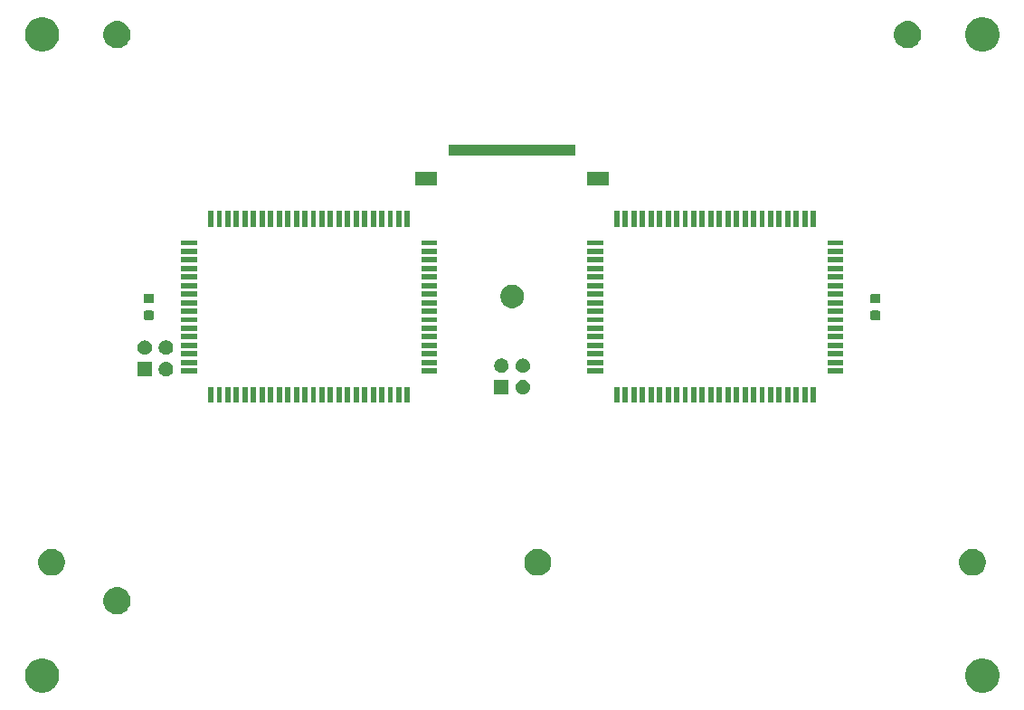
<source format=gbr>
G04 #@! TF.GenerationSoftware,KiCad,Pcbnew,5.1.5+dfsg1-2build2*
G04 #@! TF.CreationDate,2021-08-16T15:22:43+02:00*
G04 #@! TF.ProjectId,ModulAdapterMagnet,4d6f6475-6c41-4646-9170-7465724d6167,rev?*
G04 #@! TF.SameCoordinates,Original*
G04 #@! TF.FileFunction,Soldermask,Bot*
G04 #@! TF.FilePolarity,Negative*
%FSLAX46Y46*%
G04 Gerber Fmt 4.6, Leading zero omitted, Abs format (unit mm)*
G04 Created by KiCad (PCBNEW 5.1.5+dfsg1-2build2) date 2021-08-16 15:22:43*
%MOMM*%
%LPD*%
G04 APERTURE LIST*
%ADD10C,0.100000*%
G04 APERTURE END LIST*
D10*
G36*
X144466703Y-132461486D02*
G01*
X144757883Y-132582097D01*
X145019940Y-132757198D01*
X145242802Y-132980060D01*
X145417903Y-133242117D01*
X145538514Y-133533297D01*
X145600000Y-133842412D01*
X145600000Y-134157588D01*
X145538514Y-134466703D01*
X145417903Y-134757883D01*
X145242802Y-135019940D01*
X145019940Y-135242802D01*
X144757883Y-135417903D01*
X144466703Y-135538514D01*
X144157588Y-135600000D01*
X143842412Y-135600000D01*
X143533297Y-135538514D01*
X143242117Y-135417903D01*
X142980060Y-135242802D01*
X142757198Y-135019940D01*
X142582097Y-134757883D01*
X142461486Y-134466703D01*
X142400000Y-134157588D01*
X142400000Y-133842412D01*
X142461486Y-133533297D01*
X142582097Y-133242117D01*
X142757198Y-132980060D01*
X142980060Y-132757198D01*
X143242117Y-132582097D01*
X143533297Y-132461486D01*
X143842412Y-132400000D01*
X144157588Y-132400000D01*
X144466703Y-132461486D01*
G37*
G36*
X56466703Y-132461486D02*
G01*
X56757883Y-132582097D01*
X57019940Y-132757198D01*
X57242802Y-132980060D01*
X57417903Y-133242117D01*
X57538514Y-133533297D01*
X57600000Y-133842412D01*
X57600000Y-134157588D01*
X57538514Y-134466703D01*
X57417903Y-134757883D01*
X57242802Y-135019940D01*
X57019940Y-135242802D01*
X56757883Y-135417903D01*
X56466703Y-135538514D01*
X56157588Y-135600000D01*
X55842412Y-135600000D01*
X55533297Y-135538514D01*
X55242117Y-135417903D01*
X54980060Y-135242802D01*
X54757198Y-135019940D01*
X54582097Y-134757883D01*
X54461486Y-134466703D01*
X54400000Y-134157588D01*
X54400000Y-133842412D01*
X54461486Y-133533297D01*
X54582097Y-133242117D01*
X54757198Y-132980060D01*
X54980060Y-132757198D01*
X55242117Y-132582097D01*
X55533297Y-132461486D01*
X55842412Y-132400000D01*
X56157588Y-132400000D01*
X56466703Y-132461486D01*
G37*
G36*
X63247764Y-125754402D02*
G01*
X63370445Y-125778805D01*
X63601571Y-125874541D01*
X63809578Y-126013527D01*
X63986473Y-126190422D01*
X64125459Y-126398429D01*
X64221195Y-126629555D01*
X64270000Y-126874916D01*
X64270000Y-127125084D01*
X64221195Y-127370445D01*
X64125459Y-127601571D01*
X63986473Y-127809578D01*
X63809578Y-127986473D01*
X63601571Y-128125459D01*
X63370445Y-128221195D01*
X63247764Y-128245598D01*
X63125085Y-128270000D01*
X62874915Y-128270000D01*
X62752236Y-128245598D01*
X62629555Y-128221195D01*
X62398429Y-128125459D01*
X62190422Y-127986473D01*
X62013527Y-127809578D01*
X61874541Y-127601571D01*
X61778805Y-127370445D01*
X61730000Y-127125084D01*
X61730000Y-126874916D01*
X61778805Y-126629555D01*
X61874541Y-126398429D01*
X62013527Y-126190422D01*
X62190422Y-126013527D01*
X62398429Y-125874541D01*
X62629555Y-125778805D01*
X62752236Y-125754402D01*
X62874915Y-125730000D01*
X63125085Y-125730000D01*
X63247764Y-125754402D01*
G37*
G36*
X143464610Y-122198036D02*
G01*
X143692095Y-122292264D01*
X143692097Y-122292265D01*
X143896828Y-122429062D01*
X144070938Y-122603172D01*
X144207736Y-122807905D01*
X144301964Y-123035390D01*
X144350000Y-123276884D01*
X144350000Y-123523116D01*
X144301964Y-123764610D01*
X144207736Y-123992095D01*
X144207735Y-123992097D01*
X144070938Y-124196828D01*
X143896828Y-124370938D01*
X143692097Y-124507735D01*
X143692096Y-124507736D01*
X143692095Y-124507736D01*
X143464610Y-124601964D01*
X143223116Y-124650000D01*
X142976884Y-124650000D01*
X142735390Y-124601964D01*
X142507905Y-124507736D01*
X142507904Y-124507736D01*
X142507903Y-124507735D01*
X142303172Y-124370938D01*
X142129062Y-124196828D01*
X141992265Y-123992097D01*
X141992264Y-123992095D01*
X141898036Y-123764610D01*
X141850000Y-123523116D01*
X141850000Y-123276884D01*
X141898036Y-123035390D01*
X141992264Y-122807905D01*
X142129062Y-122603172D01*
X142303172Y-122429062D01*
X142507903Y-122292265D01*
X142507905Y-122292264D01*
X142735390Y-122198036D01*
X142976884Y-122150000D01*
X143223116Y-122150000D01*
X143464610Y-122198036D01*
G37*
G36*
X57264610Y-122198036D02*
G01*
X57492095Y-122292264D01*
X57492097Y-122292265D01*
X57696828Y-122429062D01*
X57870938Y-122603172D01*
X58007736Y-122807905D01*
X58101964Y-123035390D01*
X58150000Y-123276884D01*
X58150000Y-123523116D01*
X58101964Y-123764610D01*
X58007736Y-123992095D01*
X58007735Y-123992097D01*
X57870938Y-124196828D01*
X57696828Y-124370938D01*
X57492097Y-124507735D01*
X57492096Y-124507736D01*
X57492095Y-124507736D01*
X57264610Y-124601964D01*
X57023116Y-124650000D01*
X56776884Y-124650000D01*
X56535390Y-124601964D01*
X56307905Y-124507736D01*
X56307904Y-124507736D01*
X56307903Y-124507735D01*
X56103172Y-124370938D01*
X55929062Y-124196828D01*
X55792265Y-123992097D01*
X55792264Y-123992095D01*
X55698036Y-123764610D01*
X55650000Y-123523116D01*
X55650000Y-123276884D01*
X55698036Y-123035390D01*
X55792264Y-122807905D01*
X55929062Y-122603172D01*
X56103172Y-122429062D01*
X56307903Y-122292265D01*
X56307905Y-122292264D01*
X56535390Y-122198036D01*
X56776884Y-122150000D01*
X57023116Y-122150000D01*
X57264610Y-122198036D01*
G37*
G36*
X102764610Y-122198036D02*
G01*
X102992095Y-122292264D01*
X102992097Y-122292265D01*
X103196828Y-122429062D01*
X103370938Y-122603172D01*
X103507736Y-122807905D01*
X103601964Y-123035390D01*
X103650000Y-123276884D01*
X103650000Y-123523116D01*
X103601964Y-123764610D01*
X103507736Y-123992095D01*
X103507735Y-123992097D01*
X103370938Y-124196828D01*
X103196828Y-124370938D01*
X102992097Y-124507735D01*
X102992096Y-124507736D01*
X102992095Y-124507736D01*
X102764610Y-124601964D01*
X102523116Y-124650000D01*
X102276884Y-124650000D01*
X102035390Y-124601964D01*
X101807905Y-124507736D01*
X101807904Y-124507736D01*
X101807903Y-124507735D01*
X101603172Y-124370938D01*
X101429062Y-124196828D01*
X101292265Y-123992097D01*
X101292264Y-123992095D01*
X101198036Y-123764610D01*
X101150000Y-123523116D01*
X101150000Y-123276884D01*
X101198036Y-123035390D01*
X101292264Y-122807905D01*
X101429062Y-122603172D01*
X101603172Y-122429062D01*
X101807903Y-122292265D01*
X101807905Y-122292264D01*
X102035390Y-122198036D01*
X102276884Y-122150000D01*
X102523116Y-122150000D01*
X102764610Y-122198036D01*
G37*
G36*
X115650000Y-108480000D02*
G01*
X115150000Y-108480000D01*
X115150000Y-107000000D01*
X115650000Y-107000000D01*
X115650000Y-108480000D01*
G37*
G36*
X83250000Y-108480000D02*
G01*
X82750000Y-108480000D01*
X82750000Y-107000000D01*
X83250000Y-107000000D01*
X83250000Y-108480000D01*
G37*
G36*
X114850000Y-108480000D02*
G01*
X114350000Y-108480000D01*
X114350000Y-107000000D01*
X114850000Y-107000000D01*
X114850000Y-108480000D01*
G37*
G36*
X114050000Y-108480000D02*
G01*
X113550000Y-108480000D01*
X113550000Y-107000000D01*
X114050000Y-107000000D01*
X114050000Y-108480000D01*
G37*
G36*
X113250000Y-108480000D02*
G01*
X112750000Y-108480000D01*
X112750000Y-107000000D01*
X113250000Y-107000000D01*
X113250000Y-108480000D01*
G37*
G36*
X112450000Y-108480000D02*
G01*
X111950000Y-108480000D01*
X111950000Y-107000000D01*
X112450000Y-107000000D01*
X112450000Y-108480000D01*
G37*
G36*
X111650000Y-108480000D02*
G01*
X111150000Y-108480000D01*
X111150000Y-107000000D01*
X111650000Y-107000000D01*
X111650000Y-108480000D01*
G37*
G36*
X110850000Y-108480000D02*
G01*
X110350000Y-108480000D01*
X110350000Y-107000000D01*
X110850000Y-107000000D01*
X110850000Y-108480000D01*
G37*
G36*
X110050000Y-108480000D02*
G01*
X109550000Y-108480000D01*
X109550000Y-107000000D01*
X110050000Y-107000000D01*
X110050000Y-108480000D01*
G37*
G36*
X117250000Y-108480000D02*
G01*
X116750000Y-108480000D01*
X116750000Y-107000000D01*
X117250000Y-107000000D01*
X117250000Y-108480000D01*
G37*
G36*
X118050000Y-108480000D02*
G01*
X117550000Y-108480000D01*
X117550000Y-107000000D01*
X118050000Y-107000000D01*
X118050000Y-108480000D01*
G37*
G36*
X90450000Y-108480000D02*
G01*
X89950000Y-108480000D01*
X89950000Y-107000000D01*
X90450000Y-107000000D01*
X90450000Y-108480000D01*
G37*
G36*
X89650000Y-108480000D02*
G01*
X89150000Y-108480000D01*
X89150000Y-107000000D01*
X89650000Y-107000000D01*
X89650000Y-108480000D01*
G37*
G36*
X88050000Y-108480000D02*
G01*
X87550000Y-108480000D01*
X87550000Y-107000000D01*
X88050000Y-107000000D01*
X88050000Y-108480000D01*
G37*
G36*
X87250000Y-108480000D02*
G01*
X86750000Y-108480000D01*
X86750000Y-107000000D01*
X87250000Y-107000000D01*
X87250000Y-108480000D01*
G37*
G36*
X86450000Y-108480000D02*
G01*
X85950000Y-108480000D01*
X85950000Y-107000000D01*
X86450000Y-107000000D01*
X86450000Y-108480000D01*
G37*
G36*
X85650000Y-108480000D02*
G01*
X85150000Y-108480000D01*
X85150000Y-107000000D01*
X85650000Y-107000000D01*
X85650000Y-108480000D01*
G37*
G36*
X84850000Y-108480000D02*
G01*
X84350000Y-108480000D01*
X84350000Y-107000000D01*
X84850000Y-107000000D01*
X84850000Y-108480000D01*
G37*
G36*
X84050000Y-108480000D02*
G01*
X83550000Y-108480000D01*
X83550000Y-107000000D01*
X84050000Y-107000000D01*
X84050000Y-108480000D01*
G37*
G36*
X82450000Y-108480000D02*
G01*
X81950000Y-108480000D01*
X81950000Y-107000000D01*
X82450000Y-107000000D01*
X82450000Y-108480000D01*
G37*
G36*
X81650000Y-108480000D02*
G01*
X81150000Y-108480000D01*
X81150000Y-107000000D01*
X81650000Y-107000000D01*
X81650000Y-108480000D01*
G37*
G36*
X80850000Y-108480000D02*
G01*
X80350000Y-108480000D01*
X80350000Y-107000000D01*
X80850000Y-107000000D01*
X80850000Y-108480000D01*
G37*
G36*
X80050000Y-108480000D02*
G01*
X79550000Y-108480000D01*
X79550000Y-107000000D01*
X80050000Y-107000000D01*
X80050000Y-108480000D01*
G37*
G36*
X79250000Y-108480000D02*
G01*
X78750000Y-108480000D01*
X78750000Y-107000000D01*
X79250000Y-107000000D01*
X79250000Y-108480000D01*
G37*
G36*
X72850000Y-108480000D02*
G01*
X72350000Y-108480000D01*
X72350000Y-107000000D01*
X72850000Y-107000000D01*
X72850000Y-108480000D01*
G37*
G36*
X116450000Y-108480000D02*
G01*
X115950000Y-108480000D01*
X115950000Y-107000000D01*
X116450000Y-107000000D01*
X116450000Y-108480000D01*
G37*
G36*
X77650000Y-108480000D02*
G01*
X77150000Y-108480000D01*
X77150000Y-107000000D01*
X77650000Y-107000000D01*
X77650000Y-108480000D01*
G37*
G36*
X78450000Y-108480000D02*
G01*
X77950000Y-108480000D01*
X77950000Y-107000000D01*
X78450000Y-107000000D01*
X78450000Y-108480000D01*
G37*
G36*
X76850000Y-108480000D02*
G01*
X76350000Y-108480000D01*
X76350000Y-107000000D01*
X76850000Y-107000000D01*
X76850000Y-108480000D01*
G37*
G36*
X76050000Y-108480000D02*
G01*
X75550000Y-108480000D01*
X75550000Y-107000000D01*
X76050000Y-107000000D01*
X76050000Y-108480000D01*
G37*
G36*
X75250000Y-108480000D02*
G01*
X74750000Y-108480000D01*
X74750000Y-107000000D01*
X75250000Y-107000000D01*
X75250000Y-108480000D01*
G37*
G36*
X74450000Y-108480000D02*
G01*
X73950000Y-108480000D01*
X73950000Y-107000000D01*
X74450000Y-107000000D01*
X74450000Y-108480000D01*
G37*
G36*
X73650000Y-108480000D02*
G01*
X73150000Y-108480000D01*
X73150000Y-107000000D01*
X73650000Y-107000000D01*
X73650000Y-108480000D01*
G37*
G36*
X72050000Y-108480000D02*
G01*
X71550000Y-108480000D01*
X71550000Y-107000000D01*
X72050000Y-107000000D01*
X72050000Y-108480000D01*
G37*
G36*
X118850000Y-108480000D02*
G01*
X118350000Y-108480000D01*
X118350000Y-107000000D01*
X118850000Y-107000000D01*
X118850000Y-108480000D01*
G37*
G36*
X119650000Y-108480000D02*
G01*
X119150000Y-108480000D01*
X119150000Y-107000000D01*
X119650000Y-107000000D01*
X119650000Y-108480000D01*
G37*
G36*
X124450000Y-108480000D02*
G01*
X123950000Y-108480000D01*
X123950000Y-107000000D01*
X124450000Y-107000000D01*
X124450000Y-108480000D01*
G37*
G36*
X88850000Y-108480000D02*
G01*
X88350000Y-108480000D01*
X88350000Y-107000000D01*
X88850000Y-107000000D01*
X88850000Y-108480000D01*
G37*
G36*
X125250000Y-108480000D02*
G01*
X124750000Y-108480000D01*
X124750000Y-107000000D01*
X125250000Y-107000000D01*
X125250000Y-108480000D01*
G37*
G36*
X120450000Y-108480000D02*
G01*
X119950000Y-108480000D01*
X119950000Y-107000000D01*
X120450000Y-107000000D01*
X120450000Y-108480000D01*
G37*
G36*
X123650000Y-108480000D02*
G01*
X123150000Y-108480000D01*
X123150000Y-107000000D01*
X123650000Y-107000000D01*
X123650000Y-108480000D01*
G37*
G36*
X126850000Y-108480000D02*
G01*
X126350000Y-108480000D01*
X126350000Y-107000000D01*
X126850000Y-107000000D01*
X126850000Y-108480000D01*
G37*
G36*
X122850000Y-108480000D02*
G01*
X122350000Y-108480000D01*
X122350000Y-107000000D01*
X122850000Y-107000000D01*
X122850000Y-108480000D01*
G37*
G36*
X122050000Y-108480000D02*
G01*
X121550000Y-108480000D01*
X121550000Y-107000000D01*
X122050000Y-107000000D01*
X122050000Y-108480000D01*
G37*
G36*
X126050000Y-108480000D02*
G01*
X125550000Y-108480000D01*
X125550000Y-107000000D01*
X126050000Y-107000000D01*
X126050000Y-108480000D01*
G37*
G36*
X127650000Y-108480000D02*
G01*
X127150000Y-108480000D01*
X127150000Y-107000000D01*
X127650000Y-107000000D01*
X127650000Y-108480000D01*
G37*
G36*
X128450000Y-108480000D02*
G01*
X127950000Y-108480000D01*
X127950000Y-107000000D01*
X128450000Y-107000000D01*
X128450000Y-108480000D01*
G37*
G36*
X121250000Y-108480000D02*
G01*
X120750000Y-108480000D01*
X120750000Y-107000000D01*
X121250000Y-107000000D01*
X121250000Y-108480000D01*
G37*
G36*
X99675000Y-107675000D02*
G01*
X98325000Y-107675000D01*
X98325000Y-106325000D01*
X99675000Y-106325000D01*
X99675000Y-107675000D01*
G37*
G36*
X101196889Y-106350939D02*
G01*
X101319731Y-106401822D01*
X101430287Y-106475693D01*
X101524307Y-106569713D01*
X101598178Y-106680269D01*
X101649061Y-106803111D01*
X101675000Y-106933517D01*
X101675000Y-107066483D01*
X101649061Y-107196889D01*
X101598178Y-107319731D01*
X101524307Y-107430287D01*
X101430287Y-107524307D01*
X101319731Y-107598178D01*
X101196889Y-107649061D01*
X101066483Y-107675000D01*
X100933517Y-107675000D01*
X100803111Y-107649061D01*
X100680269Y-107598178D01*
X100569713Y-107524307D01*
X100475693Y-107430287D01*
X100401822Y-107319731D01*
X100350939Y-107196889D01*
X100325000Y-107066483D01*
X100325000Y-106933517D01*
X100350939Y-106803111D01*
X100401822Y-106680269D01*
X100475693Y-106569713D01*
X100569713Y-106475693D01*
X100680269Y-106401822D01*
X100803111Y-106350939D01*
X100933517Y-106325000D01*
X101066483Y-106325000D01*
X101196889Y-106350939D01*
G37*
G36*
X66275000Y-105975000D02*
G01*
X64925000Y-105975000D01*
X64925000Y-104625000D01*
X66275000Y-104625000D01*
X66275000Y-105975000D01*
G37*
G36*
X67796889Y-104650939D02*
G01*
X67919731Y-104701822D01*
X68030287Y-104775693D01*
X68124307Y-104869713D01*
X68198178Y-104980269D01*
X68249061Y-105103111D01*
X68275000Y-105233517D01*
X68275000Y-105366483D01*
X68249061Y-105496889D01*
X68198178Y-105619731D01*
X68124307Y-105730287D01*
X68030287Y-105824307D01*
X67919731Y-105898178D01*
X67796889Y-105949061D01*
X67666483Y-105975000D01*
X67533517Y-105975000D01*
X67403111Y-105949061D01*
X67280269Y-105898178D01*
X67169713Y-105824307D01*
X67075693Y-105730287D01*
X67001822Y-105619731D01*
X66950939Y-105496889D01*
X66925000Y-105366483D01*
X66925000Y-105233517D01*
X66950939Y-105103111D01*
X67001822Y-104980269D01*
X67075693Y-104869713D01*
X67169713Y-104775693D01*
X67280269Y-104701822D01*
X67403111Y-104650939D01*
X67533517Y-104625000D01*
X67666483Y-104625000D01*
X67796889Y-104650939D01*
G37*
G36*
X130980000Y-105750000D02*
G01*
X129500000Y-105750000D01*
X129500000Y-105250000D01*
X130980000Y-105250000D01*
X130980000Y-105750000D01*
G37*
G36*
X108500000Y-105750000D02*
G01*
X107020000Y-105750000D01*
X107020000Y-105250000D01*
X108500000Y-105250000D01*
X108500000Y-105750000D01*
G37*
G36*
X92980000Y-105750000D02*
G01*
X91500000Y-105750000D01*
X91500000Y-105250000D01*
X92980000Y-105250000D01*
X92980000Y-105750000D01*
G37*
G36*
X70500000Y-105750000D02*
G01*
X69020000Y-105750000D01*
X69020000Y-105250000D01*
X70500000Y-105250000D01*
X70500000Y-105750000D01*
G37*
G36*
X99196889Y-104350939D02*
G01*
X99319731Y-104401822D01*
X99430287Y-104475693D01*
X99524307Y-104569713D01*
X99598178Y-104680269D01*
X99649061Y-104803111D01*
X99675000Y-104933517D01*
X99675000Y-105066483D01*
X99649061Y-105196889D01*
X99598178Y-105319731D01*
X99524307Y-105430287D01*
X99430287Y-105524307D01*
X99319731Y-105598178D01*
X99196889Y-105649061D01*
X99066483Y-105675000D01*
X98933517Y-105675000D01*
X98803111Y-105649061D01*
X98680269Y-105598178D01*
X98569713Y-105524307D01*
X98475693Y-105430287D01*
X98401822Y-105319731D01*
X98350939Y-105196889D01*
X98325000Y-105066483D01*
X98325000Y-104933517D01*
X98350939Y-104803111D01*
X98401822Y-104680269D01*
X98475693Y-104569713D01*
X98569713Y-104475693D01*
X98680269Y-104401822D01*
X98803111Y-104350939D01*
X98933517Y-104325000D01*
X99066483Y-104325000D01*
X99196889Y-104350939D01*
G37*
G36*
X101196889Y-104350939D02*
G01*
X101319731Y-104401822D01*
X101430287Y-104475693D01*
X101524307Y-104569713D01*
X101598178Y-104680269D01*
X101649061Y-104803111D01*
X101675000Y-104933517D01*
X101675000Y-105066483D01*
X101649061Y-105196889D01*
X101598178Y-105319731D01*
X101524307Y-105430287D01*
X101430287Y-105524307D01*
X101319731Y-105598178D01*
X101196889Y-105649061D01*
X101066483Y-105675000D01*
X100933517Y-105675000D01*
X100803111Y-105649061D01*
X100680269Y-105598178D01*
X100569713Y-105524307D01*
X100475693Y-105430287D01*
X100401822Y-105319731D01*
X100350939Y-105196889D01*
X100325000Y-105066483D01*
X100325000Y-104933517D01*
X100350939Y-104803111D01*
X100401822Y-104680269D01*
X100475693Y-104569713D01*
X100569713Y-104475693D01*
X100680269Y-104401822D01*
X100803111Y-104350939D01*
X100933517Y-104325000D01*
X101066483Y-104325000D01*
X101196889Y-104350939D01*
G37*
G36*
X108500000Y-104950000D02*
G01*
X107020000Y-104950000D01*
X107020000Y-104450000D01*
X108500000Y-104450000D01*
X108500000Y-104950000D01*
G37*
G36*
X70500000Y-104950000D02*
G01*
X69020000Y-104950000D01*
X69020000Y-104450000D01*
X70500000Y-104450000D01*
X70500000Y-104950000D01*
G37*
G36*
X92980000Y-104950000D02*
G01*
X91500000Y-104950000D01*
X91500000Y-104450000D01*
X92980000Y-104450000D01*
X92980000Y-104950000D01*
G37*
G36*
X130980000Y-104950000D02*
G01*
X129500000Y-104950000D01*
X129500000Y-104450000D01*
X130980000Y-104450000D01*
X130980000Y-104950000D01*
G37*
G36*
X70500000Y-104150000D02*
G01*
X69020000Y-104150000D01*
X69020000Y-103650000D01*
X70500000Y-103650000D01*
X70500000Y-104150000D01*
G37*
G36*
X92980000Y-104150000D02*
G01*
X91500000Y-104150000D01*
X91500000Y-103650000D01*
X92980000Y-103650000D01*
X92980000Y-104150000D01*
G37*
G36*
X130980000Y-104150000D02*
G01*
X129500000Y-104150000D01*
X129500000Y-103650000D01*
X130980000Y-103650000D01*
X130980000Y-104150000D01*
G37*
G36*
X108500000Y-104150000D02*
G01*
X107020000Y-104150000D01*
X107020000Y-103650000D01*
X108500000Y-103650000D01*
X108500000Y-104150000D01*
G37*
G36*
X65796889Y-102650939D02*
G01*
X65919731Y-102701822D01*
X66030287Y-102775693D01*
X66124307Y-102869713D01*
X66198178Y-102980269D01*
X66249061Y-103103111D01*
X66275000Y-103233517D01*
X66275000Y-103366483D01*
X66249061Y-103496889D01*
X66198178Y-103619731D01*
X66124307Y-103730287D01*
X66030287Y-103824307D01*
X65919731Y-103898178D01*
X65796889Y-103949061D01*
X65666483Y-103975000D01*
X65533517Y-103975000D01*
X65403111Y-103949061D01*
X65280269Y-103898178D01*
X65169713Y-103824307D01*
X65075693Y-103730287D01*
X65001822Y-103619731D01*
X64950939Y-103496889D01*
X64925000Y-103366483D01*
X64925000Y-103233517D01*
X64950939Y-103103111D01*
X65001822Y-102980269D01*
X65075693Y-102869713D01*
X65169713Y-102775693D01*
X65280269Y-102701822D01*
X65403111Y-102650939D01*
X65533517Y-102625000D01*
X65666483Y-102625000D01*
X65796889Y-102650939D01*
G37*
G36*
X67796889Y-102650939D02*
G01*
X67919731Y-102701822D01*
X68030287Y-102775693D01*
X68124307Y-102869713D01*
X68198178Y-102980269D01*
X68249061Y-103103111D01*
X68275000Y-103233517D01*
X68275000Y-103366483D01*
X68249061Y-103496889D01*
X68198178Y-103619731D01*
X68124307Y-103730287D01*
X68030287Y-103824307D01*
X67919731Y-103898178D01*
X67796889Y-103949061D01*
X67666483Y-103975000D01*
X67533517Y-103975000D01*
X67403111Y-103949061D01*
X67280269Y-103898178D01*
X67169713Y-103824307D01*
X67075693Y-103730287D01*
X67001822Y-103619731D01*
X66950939Y-103496889D01*
X66925000Y-103366483D01*
X66925000Y-103233517D01*
X66950939Y-103103111D01*
X67001822Y-102980269D01*
X67075693Y-102869713D01*
X67169713Y-102775693D01*
X67280269Y-102701822D01*
X67403111Y-102650939D01*
X67533517Y-102625000D01*
X67666483Y-102625000D01*
X67796889Y-102650939D01*
G37*
G36*
X130980000Y-103350000D02*
G01*
X129500000Y-103350000D01*
X129500000Y-102850000D01*
X130980000Y-102850000D01*
X130980000Y-103350000D01*
G37*
G36*
X108500000Y-103350000D02*
G01*
X107020000Y-103350000D01*
X107020000Y-102850000D01*
X108500000Y-102850000D01*
X108500000Y-103350000D01*
G37*
G36*
X92980000Y-103350000D02*
G01*
X91500000Y-103350000D01*
X91500000Y-102850000D01*
X92980000Y-102850000D01*
X92980000Y-103350000D01*
G37*
G36*
X70500000Y-103350000D02*
G01*
X69020000Y-103350000D01*
X69020000Y-102850000D01*
X70500000Y-102850000D01*
X70500000Y-103350000D01*
G37*
G36*
X92980000Y-102550000D02*
G01*
X91500000Y-102550000D01*
X91500000Y-102050000D01*
X92980000Y-102050000D01*
X92980000Y-102550000D01*
G37*
G36*
X130980000Y-102550000D02*
G01*
X129500000Y-102550000D01*
X129500000Y-102050000D01*
X130980000Y-102050000D01*
X130980000Y-102550000D01*
G37*
G36*
X70500000Y-102550000D02*
G01*
X69020000Y-102550000D01*
X69020000Y-102050000D01*
X70500000Y-102050000D01*
X70500000Y-102550000D01*
G37*
G36*
X108500000Y-102550000D02*
G01*
X107020000Y-102550000D01*
X107020000Y-102050000D01*
X108500000Y-102050000D01*
X108500000Y-102550000D01*
G37*
G36*
X70500000Y-101750000D02*
G01*
X69020000Y-101750000D01*
X69020000Y-101250000D01*
X70500000Y-101250000D01*
X70500000Y-101750000D01*
G37*
G36*
X108500000Y-101750000D02*
G01*
X107020000Y-101750000D01*
X107020000Y-101250000D01*
X108500000Y-101250000D01*
X108500000Y-101750000D01*
G37*
G36*
X92980000Y-101750000D02*
G01*
X91500000Y-101750000D01*
X91500000Y-101250000D01*
X92980000Y-101250000D01*
X92980000Y-101750000D01*
G37*
G36*
X130980000Y-101750000D02*
G01*
X129500000Y-101750000D01*
X129500000Y-101250000D01*
X130980000Y-101250000D01*
X130980000Y-101750000D01*
G37*
G36*
X70500000Y-100950000D02*
G01*
X69020000Y-100950000D01*
X69020000Y-100450000D01*
X70500000Y-100450000D01*
X70500000Y-100950000D01*
G37*
G36*
X108500000Y-100950000D02*
G01*
X107020000Y-100950000D01*
X107020000Y-100450000D01*
X108500000Y-100450000D01*
X108500000Y-100950000D01*
G37*
G36*
X92980000Y-100950000D02*
G01*
X91500000Y-100950000D01*
X91500000Y-100450000D01*
X92980000Y-100450000D01*
X92980000Y-100950000D01*
G37*
G36*
X130980000Y-100950000D02*
G01*
X129500000Y-100950000D01*
X129500000Y-100450000D01*
X130980000Y-100450000D01*
X130980000Y-100950000D01*
G37*
G36*
X66349116Y-99853595D02*
G01*
X66378311Y-99862452D01*
X66405223Y-99876837D01*
X66428808Y-99896192D01*
X66448163Y-99919777D01*
X66462548Y-99946689D01*
X66471405Y-99975884D01*
X66475000Y-100012390D01*
X66475000Y-100562610D01*
X66471405Y-100599116D01*
X66462548Y-100628311D01*
X66448163Y-100655223D01*
X66428808Y-100678808D01*
X66405223Y-100698163D01*
X66378311Y-100712548D01*
X66349116Y-100721405D01*
X66312610Y-100725000D01*
X65687390Y-100725000D01*
X65650884Y-100721405D01*
X65621689Y-100712548D01*
X65594777Y-100698163D01*
X65571192Y-100678808D01*
X65551837Y-100655223D01*
X65537452Y-100628311D01*
X65528595Y-100599116D01*
X65525000Y-100562610D01*
X65525000Y-100012390D01*
X65528595Y-99975884D01*
X65537452Y-99946689D01*
X65551837Y-99919777D01*
X65571192Y-99896192D01*
X65594777Y-99876837D01*
X65621689Y-99862452D01*
X65650884Y-99853595D01*
X65687390Y-99850000D01*
X66312610Y-99850000D01*
X66349116Y-99853595D01*
G37*
G36*
X134349116Y-99853595D02*
G01*
X134378311Y-99862452D01*
X134405223Y-99876837D01*
X134428808Y-99896192D01*
X134448163Y-99919777D01*
X134462548Y-99946689D01*
X134471405Y-99975884D01*
X134475000Y-100012390D01*
X134475000Y-100562610D01*
X134471405Y-100599116D01*
X134462548Y-100628311D01*
X134448163Y-100655223D01*
X134428808Y-100678808D01*
X134405223Y-100698163D01*
X134378311Y-100712548D01*
X134349116Y-100721405D01*
X134312610Y-100725000D01*
X133687390Y-100725000D01*
X133650884Y-100721405D01*
X133621689Y-100712548D01*
X133594777Y-100698163D01*
X133571192Y-100678808D01*
X133551837Y-100655223D01*
X133537452Y-100628311D01*
X133528595Y-100599116D01*
X133525000Y-100562610D01*
X133525000Y-100012390D01*
X133528595Y-99975884D01*
X133537452Y-99946689D01*
X133551837Y-99919777D01*
X133571192Y-99896192D01*
X133594777Y-99876837D01*
X133621689Y-99862452D01*
X133650884Y-99853595D01*
X133687390Y-99850000D01*
X134312610Y-99850000D01*
X134349116Y-99853595D01*
G37*
G36*
X130980000Y-100150000D02*
G01*
X129500000Y-100150000D01*
X129500000Y-99650000D01*
X130980000Y-99650000D01*
X130980000Y-100150000D01*
G37*
G36*
X92980000Y-100150000D02*
G01*
X91500000Y-100150000D01*
X91500000Y-99650000D01*
X92980000Y-99650000D01*
X92980000Y-100150000D01*
G37*
G36*
X70500000Y-100150000D02*
G01*
X69020000Y-100150000D01*
X69020000Y-99650000D01*
X70500000Y-99650000D01*
X70500000Y-100150000D01*
G37*
G36*
X108500000Y-100150000D02*
G01*
X107020000Y-100150000D01*
X107020000Y-99650000D01*
X108500000Y-99650000D01*
X108500000Y-100150000D01*
G37*
G36*
X100320857Y-97442272D02*
G01*
X100521043Y-97525192D01*
X100521045Y-97525193D01*
X100611738Y-97585792D01*
X100701208Y-97645574D01*
X100854426Y-97798792D01*
X100974808Y-97978957D01*
X101057728Y-98179143D01*
X101100000Y-98391658D01*
X101100000Y-98608342D01*
X101057728Y-98820857D01*
X100988656Y-98987610D01*
X100974807Y-99021045D01*
X100854425Y-99201209D01*
X100701209Y-99354425D01*
X100521045Y-99474807D01*
X100521044Y-99474808D01*
X100521043Y-99474808D01*
X100320857Y-99557728D01*
X100108342Y-99600000D01*
X99891658Y-99600000D01*
X99679143Y-99557728D01*
X99478957Y-99474808D01*
X99478956Y-99474808D01*
X99478955Y-99474807D01*
X99298791Y-99354425D01*
X99145575Y-99201209D01*
X99025193Y-99021045D01*
X99011344Y-98987610D01*
X98942272Y-98820857D01*
X98900000Y-98608342D01*
X98900000Y-98391658D01*
X98942272Y-98179143D01*
X99025192Y-97978957D01*
X99145574Y-97798792D01*
X99298792Y-97645574D01*
X99388262Y-97585792D01*
X99478955Y-97525193D01*
X99478957Y-97525192D01*
X99679143Y-97442272D01*
X99891658Y-97400000D01*
X100108342Y-97400000D01*
X100320857Y-97442272D01*
G37*
G36*
X70500000Y-99350000D02*
G01*
X69020000Y-99350000D01*
X69020000Y-98850000D01*
X70500000Y-98850000D01*
X70500000Y-99350000D01*
G37*
G36*
X92980000Y-99350000D02*
G01*
X91500000Y-99350000D01*
X91500000Y-98850000D01*
X92980000Y-98850000D01*
X92980000Y-99350000D01*
G37*
G36*
X108500000Y-99350000D02*
G01*
X107020000Y-99350000D01*
X107020000Y-98850000D01*
X108500000Y-98850000D01*
X108500000Y-99350000D01*
G37*
G36*
X130980000Y-99350000D02*
G01*
X129500000Y-99350000D01*
X129500000Y-98850000D01*
X130980000Y-98850000D01*
X130980000Y-99350000D01*
G37*
G36*
X134349116Y-98278595D02*
G01*
X134378311Y-98287452D01*
X134405223Y-98301837D01*
X134428808Y-98321192D01*
X134448163Y-98344777D01*
X134462548Y-98371689D01*
X134471405Y-98400884D01*
X134475000Y-98437390D01*
X134475000Y-98987610D01*
X134471405Y-99024116D01*
X134462548Y-99053311D01*
X134448163Y-99080223D01*
X134428808Y-99103808D01*
X134405223Y-99123163D01*
X134378311Y-99137548D01*
X134349116Y-99146405D01*
X134312610Y-99150000D01*
X133687390Y-99150000D01*
X133650884Y-99146405D01*
X133621689Y-99137548D01*
X133594777Y-99123163D01*
X133571192Y-99103808D01*
X133551837Y-99080223D01*
X133537452Y-99053311D01*
X133528595Y-99024116D01*
X133525000Y-98987610D01*
X133525000Y-98437390D01*
X133528595Y-98400884D01*
X133537452Y-98371689D01*
X133551837Y-98344777D01*
X133571192Y-98321192D01*
X133594777Y-98301837D01*
X133621689Y-98287452D01*
X133650884Y-98278595D01*
X133687390Y-98275000D01*
X134312610Y-98275000D01*
X134349116Y-98278595D01*
G37*
G36*
X66349116Y-98278595D02*
G01*
X66378311Y-98287452D01*
X66405223Y-98301837D01*
X66428808Y-98321192D01*
X66448163Y-98344777D01*
X66462548Y-98371689D01*
X66471405Y-98400884D01*
X66475000Y-98437390D01*
X66475000Y-98987610D01*
X66471405Y-99024116D01*
X66462548Y-99053311D01*
X66448163Y-99080223D01*
X66428808Y-99103808D01*
X66405223Y-99123163D01*
X66378311Y-99137548D01*
X66349116Y-99146405D01*
X66312610Y-99150000D01*
X65687390Y-99150000D01*
X65650884Y-99146405D01*
X65621689Y-99137548D01*
X65594777Y-99123163D01*
X65571192Y-99103808D01*
X65551837Y-99080223D01*
X65537452Y-99053311D01*
X65528595Y-99024116D01*
X65525000Y-98987610D01*
X65525000Y-98437390D01*
X65528595Y-98400884D01*
X65537452Y-98371689D01*
X65551837Y-98344777D01*
X65571192Y-98321192D01*
X65594777Y-98301837D01*
X65621689Y-98287452D01*
X65650884Y-98278595D01*
X65687390Y-98275000D01*
X66312610Y-98275000D01*
X66349116Y-98278595D01*
G37*
G36*
X130980000Y-98550000D02*
G01*
X129500000Y-98550000D01*
X129500000Y-98050000D01*
X130980000Y-98050000D01*
X130980000Y-98550000D01*
G37*
G36*
X92980000Y-98550000D02*
G01*
X91500000Y-98550000D01*
X91500000Y-98050000D01*
X92980000Y-98050000D01*
X92980000Y-98550000D01*
G37*
G36*
X70500000Y-98550000D02*
G01*
X69020000Y-98550000D01*
X69020000Y-98050000D01*
X70500000Y-98050000D01*
X70500000Y-98550000D01*
G37*
G36*
X108500000Y-98550000D02*
G01*
X107020000Y-98550000D01*
X107020000Y-98050000D01*
X108500000Y-98050000D01*
X108500000Y-98550000D01*
G37*
G36*
X92980000Y-97750000D02*
G01*
X91500000Y-97750000D01*
X91500000Y-97250000D01*
X92980000Y-97250000D01*
X92980000Y-97750000D01*
G37*
G36*
X130980000Y-97750000D02*
G01*
X129500000Y-97750000D01*
X129500000Y-97250000D01*
X130980000Y-97250000D01*
X130980000Y-97750000D01*
G37*
G36*
X70500000Y-97750000D02*
G01*
X69020000Y-97750000D01*
X69020000Y-97250000D01*
X70500000Y-97250000D01*
X70500000Y-97750000D01*
G37*
G36*
X108500000Y-97750000D02*
G01*
X107020000Y-97750000D01*
X107020000Y-97250000D01*
X108500000Y-97250000D01*
X108500000Y-97750000D01*
G37*
G36*
X108500000Y-96950000D02*
G01*
X107020000Y-96950000D01*
X107020000Y-96450000D01*
X108500000Y-96450000D01*
X108500000Y-96950000D01*
G37*
G36*
X92980000Y-96950000D02*
G01*
X91500000Y-96950000D01*
X91500000Y-96450000D01*
X92980000Y-96450000D01*
X92980000Y-96950000D01*
G37*
G36*
X70500000Y-96950000D02*
G01*
X69020000Y-96950000D01*
X69020000Y-96450000D01*
X70500000Y-96450000D01*
X70500000Y-96950000D01*
G37*
G36*
X130980000Y-96950000D02*
G01*
X129500000Y-96950000D01*
X129500000Y-96450000D01*
X130980000Y-96450000D01*
X130980000Y-96950000D01*
G37*
G36*
X92980000Y-96150000D02*
G01*
X91500000Y-96150000D01*
X91500000Y-95650000D01*
X92980000Y-95650000D01*
X92980000Y-96150000D01*
G37*
G36*
X70500000Y-96150000D02*
G01*
X69020000Y-96150000D01*
X69020000Y-95650000D01*
X70500000Y-95650000D01*
X70500000Y-96150000D01*
G37*
G36*
X108500000Y-96150000D02*
G01*
X107020000Y-96150000D01*
X107020000Y-95650000D01*
X108500000Y-95650000D01*
X108500000Y-96150000D01*
G37*
G36*
X130980000Y-96150000D02*
G01*
X129500000Y-96150000D01*
X129500000Y-95650000D01*
X130980000Y-95650000D01*
X130980000Y-96150000D01*
G37*
G36*
X92980000Y-95350000D02*
G01*
X91500000Y-95350000D01*
X91500000Y-94850000D01*
X92980000Y-94850000D01*
X92980000Y-95350000D01*
G37*
G36*
X70500000Y-95350000D02*
G01*
X69020000Y-95350000D01*
X69020000Y-94850000D01*
X70500000Y-94850000D01*
X70500000Y-95350000D01*
G37*
G36*
X108500000Y-95350000D02*
G01*
X107020000Y-95350000D01*
X107020000Y-94850000D01*
X108500000Y-94850000D01*
X108500000Y-95350000D01*
G37*
G36*
X130980000Y-95350000D02*
G01*
X129500000Y-95350000D01*
X129500000Y-94850000D01*
X130980000Y-94850000D01*
X130980000Y-95350000D01*
G37*
G36*
X108500000Y-94550000D02*
G01*
X107020000Y-94550000D01*
X107020000Y-94050000D01*
X108500000Y-94050000D01*
X108500000Y-94550000D01*
G37*
G36*
X70500000Y-94550000D02*
G01*
X69020000Y-94550000D01*
X69020000Y-94050000D01*
X70500000Y-94050000D01*
X70500000Y-94550000D01*
G37*
G36*
X92980000Y-94550000D02*
G01*
X91500000Y-94550000D01*
X91500000Y-94050000D01*
X92980000Y-94050000D01*
X92980000Y-94550000D01*
G37*
G36*
X130980000Y-94550000D02*
G01*
X129500000Y-94550000D01*
X129500000Y-94050000D01*
X130980000Y-94050000D01*
X130980000Y-94550000D01*
G37*
G36*
X130980000Y-93750000D02*
G01*
X129500000Y-93750000D01*
X129500000Y-93250000D01*
X130980000Y-93250000D01*
X130980000Y-93750000D01*
G37*
G36*
X92980000Y-93750000D02*
G01*
X91500000Y-93750000D01*
X91500000Y-93250000D01*
X92980000Y-93250000D01*
X92980000Y-93750000D01*
G37*
G36*
X108500000Y-93750000D02*
G01*
X107020000Y-93750000D01*
X107020000Y-93250000D01*
X108500000Y-93250000D01*
X108500000Y-93750000D01*
G37*
G36*
X70500000Y-93750000D02*
G01*
X69020000Y-93750000D01*
X69020000Y-93250000D01*
X70500000Y-93250000D01*
X70500000Y-93750000D01*
G37*
G36*
X122050000Y-92000000D02*
G01*
X121550000Y-92000000D01*
X121550000Y-90520000D01*
X122050000Y-90520000D01*
X122050000Y-92000000D01*
G37*
G36*
X113250000Y-92000000D02*
G01*
X112750000Y-92000000D01*
X112750000Y-90520000D01*
X113250000Y-90520000D01*
X113250000Y-92000000D01*
G37*
G36*
X120450000Y-92000000D02*
G01*
X119950000Y-92000000D01*
X119950000Y-90520000D01*
X120450000Y-90520000D01*
X120450000Y-92000000D01*
G37*
G36*
X119650000Y-92000000D02*
G01*
X119150000Y-92000000D01*
X119150000Y-90520000D01*
X119650000Y-90520000D01*
X119650000Y-92000000D01*
G37*
G36*
X118850000Y-92000000D02*
G01*
X118350000Y-92000000D01*
X118350000Y-90520000D01*
X118850000Y-90520000D01*
X118850000Y-92000000D01*
G37*
G36*
X118050000Y-92000000D02*
G01*
X117550000Y-92000000D01*
X117550000Y-90520000D01*
X118050000Y-90520000D01*
X118050000Y-92000000D01*
G37*
G36*
X127650000Y-92000000D02*
G01*
X127150000Y-92000000D01*
X127150000Y-90520000D01*
X127650000Y-90520000D01*
X127650000Y-92000000D01*
G37*
G36*
X73650000Y-92000000D02*
G01*
X73150000Y-92000000D01*
X73150000Y-90520000D01*
X73650000Y-90520000D01*
X73650000Y-92000000D01*
G37*
G36*
X110050000Y-92000000D02*
G01*
X109550000Y-92000000D01*
X109550000Y-90520000D01*
X110050000Y-90520000D01*
X110050000Y-92000000D01*
G37*
G36*
X110850000Y-92000000D02*
G01*
X110350000Y-92000000D01*
X110350000Y-90520000D01*
X110850000Y-90520000D01*
X110850000Y-92000000D01*
G37*
G36*
X111650000Y-92000000D02*
G01*
X111150000Y-92000000D01*
X111150000Y-90520000D01*
X111650000Y-90520000D01*
X111650000Y-92000000D01*
G37*
G36*
X112450000Y-92000000D02*
G01*
X111950000Y-92000000D01*
X111950000Y-90520000D01*
X112450000Y-90520000D01*
X112450000Y-92000000D01*
G37*
G36*
X122850000Y-92000000D02*
G01*
X122350000Y-92000000D01*
X122350000Y-90520000D01*
X122850000Y-90520000D01*
X122850000Y-92000000D01*
G37*
G36*
X123650000Y-92000000D02*
G01*
X123150000Y-92000000D01*
X123150000Y-90520000D01*
X123650000Y-90520000D01*
X123650000Y-92000000D01*
G37*
G36*
X124450000Y-92000000D02*
G01*
X123950000Y-92000000D01*
X123950000Y-90520000D01*
X124450000Y-90520000D01*
X124450000Y-92000000D01*
G37*
G36*
X125250000Y-92000000D02*
G01*
X124750000Y-92000000D01*
X124750000Y-90520000D01*
X125250000Y-90520000D01*
X125250000Y-92000000D01*
G37*
G36*
X116450000Y-92000000D02*
G01*
X115950000Y-92000000D01*
X115950000Y-90520000D01*
X116450000Y-90520000D01*
X116450000Y-92000000D01*
G37*
G36*
X126050000Y-92000000D02*
G01*
X125550000Y-92000000D01*
X125550000Y-90520000D01*
X126050000Y-90520000D01*
X126050000Y-92000000D01*
G37*
G36*
X72850000Y-92000000D02*
G01*
X72350000Y-92000000D01*
X72350000Y-90520000D01*
X72850000Y-90520000D01*
X72850000Y-92000000D01*
G37*
G36*
X126850000Y-92000000D02*
G01*
X126350000Y-92000000D01*
X126350000Y-90520000D01*
X126850000Y-90520000D01*
X126850000Y-92000000D01*
G37*
G36*
X128450000Y-92000000D02*
G01*
X127950000Y-92000000D01*
X127950000Y-90520000D01*
X128450000Y-90520000D01*
X128450000Y-92000000D01*
G37*
G36*
X72050000Y-92000000D02*
G01*
X71550000Y-92000000D01*
X71550000Y-90520000D01*
X72050000Y-90520000D01*
X72050000Y-92000000D01*
G37*
G36*
X117250000Y-92000000D02*
G01*
X116750000Y-92000000D01*
X116750000Y-90520000D01*
X117250000Y-90520000D01*
X117250000Y-92000000D01*
G37*
G36*
X86450000Y-92000000D02*
G01*
X85950000Y-92000000D01*
X85950000Y-90520000D01*
X86450000Y-90520000D01*
X86450000Y-92000000D01*
G37*
G36*
X114850000Y-92000000D02*
G01*
X114350000Y-92000000D01*
X114350000Y-90520000D01*
X114850000Y-90520000D01*
X114850000Y-92000000D01*
G37*
G36*
X84050000Y-92000000D02*
G01*
X83550000Y-92000000D01*
X83550000Y-90520000D01*
X84050000Y-90520000D01*
X84050000Y-92000000D01*
G37*
G36*
X84850000Y-92000000D02*
G01*
X84350000Y-92000000D01*
X84350000Y-90520000D01*
X84850000Y-90520000D01*
X84850000Y-92000000D01*
G37*
G36*
X121250000Y-92000000D02*
G01*
X120750000Y-92000000D01*
X120750000Y-90520000D01*
X121250000Y-90520000D01*
X121250000Y-92000000D01*
G37*
G36*
X74450000Y-92000000D02*
G01*
X73950000Y-92000000D01*
X73950000Y-90520000D01*
X74450000Y-90520000D01*
X74450000Y-92000000D01*
G37*
G36*
X90450000Y-92000000D02*
G01*
X89950000Y-92000000D01*
X89950000Y-90520000D01*
X90450000Y-90520000D01*
X90450000Y-92000000D01*
G37*
G36*
X89650000Y-92000000D02*
G01*
X89150000Y-92000000D01*
X89150000Y-90520000D01*
X89650000Y-90520000D01*
X89650000Y-92000000D01*
G37*
G36*
X88850000Y-92000000D02*
G01*
X88350000Y-92000000D01*
X88350000Y-90520000D01*
X88850000Y-90520000D01*
X88850000Y-92000000D01*
G37*
G36*
X88050000Y-92000000D02*
G01*
X87550000Y-92000000D01*
X87550000Y-90520000D01*
X88050000Y-90520000D01*
X88050000Y-92000000D01*
G37*
G36*
X87250000Y-92000000D02*
G01*
X86750000Y-92000000D01*
X86750000Y-90520000D01*
X87250000Y-90520000D01*
X87250000Y-92000000D01*
G37*
G36*
X85650000Y-92000000D02*
G01*
X85150000Y-92000000D01*
X85150000Y-90520000D01*
X85650000Y-90520000D01*
X85650000Y-92000000D01*
G37*
G36*
X76850000Y-92000000D02*
G01*
X76350000Y-92000000D01*
X76350000Y-90520000D01*
X76850000Y-90520000D01*
X76850000Y-92000000D01*
G37*
G36*
X82450000Y-92000000D02*
G01*
X81950000Y-92000000D01*
X81950000Y-90520000D01*
X82450000Y-90520000D01*
X82450000Y-92000000D01*
G37*
G36*
X114050000Y-92000000D02*
G01*
X113550000Y-92000000D01*
X113550000Y-90520000D01*
X114050000Y-90520000D01*
X114050000Y-92000000D01*
G37*
G36*
X115650000Y-92000000D02*
G01*
X115150000Y-92000000D01*
X115150000Y-90520000D01*
X115650000Y-90520000D01*
X115650000Y-92000000D01*
G37*
G36*
X76050000Y-92000000D02*
G01*
X75550000Y-92000000D01*
X75550000Y-90520000D01*
X76050000Y-90520000D01*
X76050000Y-92000000D01*
G37*
G36*
X79250000Y-92000000D02*
G01*
X78750000Y-92000000D01*
X78750000Y-90520000D01*
X79250000Y-90520000D01*
X79250000Y-92000000D01*
G37*
G36*
X80050000Y-92000000D02*
G01*
X79550000Y-92000000D01*
X79550000Y-90520000D01*
X80050000Y-90520000D01*
X80050000Y-92000000D01*
G37*
G36*
X80850000Y-92000000D02*
G01*
X80350000Y-92000000D01*
X80350000Y-90520000D01*
X80850000Y-90520000D01*
X80850000Y-92000000D01*
G37*
G36*
X81650000Y-92000000D02*
G01*
X81150000Y-92000000D01*
X81150000Y-90520000D01*
X81650000Y-90520000D01*
X81650000Y-92000000D01*
G37*
G36*
X75250000Y-92000000D02*
G01*
X74750000Y-92000000D01*
X74750000Y-90520000D01*
X75250000Y-90520000D01*
X75250000Y-92000000D01*
G37*
G36*
X78450000Y-92000000D02*
G01*
X77950000Y-92000000D01*
X77950000Y-90520000D01*
X78450000Y-90520000D01*
X78450000Y-92000000D01*
G37*
G36*
X77650000Y-92000000D02*
G01*
X77150000Y-92000000D01*
X77150000Y-90520000D01*
X77650000Y-90520000D01*
X77650000Y-92000000D01*
G37*
G36*
X83250000Y-92000000D02*
G01*
X82750000Y-92000000D01*
X82750000Y-90520000D01*
X83250000Y-90520000D01*
X83250000Y-92000000D01*
G37*
G36*
X92950000Y-88150000D02*
G01*
X90950000Y-88150000D01*
X90950000Y-86850000D01*
X92950000Y-86850000D01*
X92950000Y-88150000D01*
G37*
G36*
X109050000Y-88150000D02*
G01*
X107050000Y-88150000D01*
X107050000Y-86850000D01*
X109050000Y-86850000D01*
X109050000Y-88150000D01*
G37*
G36*
X105900000Y-85300000D02*
G01*
X94100000Y-85300000D01*
X94100000Y-84300000D01*
X105900000Y-84300000D01*
X105900000Y-85300000D01*
G37*
G36*
X56466703Y-72461486D02*
G01*
X56757883Y-72582097D01*
X57019940Y-72757198D01*
X57242802Y-72980060D01*
X57417903Y-73242117D01*
X57538514Y-73533297D01*
X57600000Y-73842412D01*
X57600000Y-74157588D01*
X57538514Y-74466703D01*
X57417903Y-74757883D01*
X57242802Y-75019940D01*
X57019940Y-75242802D01*
X56757883Y-75417903D01*
X56466703Y-75538514D01*
X56157588Y-75600000D01*
X55842412Y-75600000D01*
X55533297Y-75538514D01*
X55242117Y-75417903D01*
X54980060Y-75242802D01*
X54757198Y-75019940D01*
X54582097Y-74757883D01*
X54461486Y-74466703D01*
X54400000Y-74157588D01*
X54400000Y-73842412D01*
X54461486Y-73533297D01*
X54582097Y-73242117D01*
X54757198Y-72980060D01*
X54980060Y-72757198D01*
X55242117Y-72582097D01*
X55533297Y-72461486D01*
X55842412Y-72400000D01*
X56157588Y-72400000D01*
X56466703Y-72461486D01*
G37*
G36*
X144466703Y-72461486D02*
G01*
X144757883Y-72582097D01*
X145019940Y-72757198D01*
X145242802Y-72980060D01*
X145417903Y-73242117D01*
X145538514Y-73533297D01*
X145600000Y-73842412D01*
X145600000Y-74157588D01*
X145538514Y-74466703D01*
X145417903Y-74757883D01*
X145242802Y-75019940D01*
X145019940Y-75242802D01*
X144757883Y-75417903D01*
X144466703Y-75538514D01*
X144157588Y-75600000D01*
X143842412Y-75600000D01*
X143533297Y-75538514D01*
X143242117Y-75417903D01*
X142980060Y-75242802D01*
X142757198Y-75019940D01*
X142582097Y-74757883D01*
X142461486Y-74466703D01*
X142400000Y-74157588D01*
X142400000Y-73842412D01*
X142461486Y-73533297D01*
X142582097Y-73242117D01*
X142757198Y-72980060D01*
X142980060Y-72757198D01*
X143242117Y-72582097D01*
X143533297Y-72461486D01*
X143842412Y-72400000D01*
X144157588Y-72400000D01*
X144466703Y-72461486D01*
G37*
G36*
X137247765Y-72754403D02*
G01*
X137370445Y-72778805D01*
X137601571Y-72874541D01*
X137809578Y-73013527D01*
X137986473Y-73190422D01*
X138125459Y-73398429D01*
X138221195Y-73629555D01*
X138270000Y-73874916D01*
X138270000Y-74125084D01*
X138221195Y-74370445D01*
X138125459Y-74601571D01*
X137986473Y-74809578D01*
X137809578Y-74986473D01*
X137601571Y-75125459D01*
X137370445Y-75221195D01*
X137247765Y-75245597D01*
X137125085Y-75270000D01*
X136874915Y-75270000D01*
X136752235Y-75245597D01*
X136629555Y-75221195D01*
X136398429Y-75125459D01*
X136190422Y-74986473D01*
X136013527Y-74809578D01*
X135874541Y-74601571D01*
X135778805Y-74370445D01*
X135730000Y-74125084D01*
X135730000Y-73874916D01*
X135778805Y-73629555D01*
X135874541Y-73398429D01*
X136013527Y-73190422D01*
X136190422Y-73013527D01*
X136398429Y-72874541D01*
X136629555Y-72778805D01*
X136752235Y-72754403D01*
X136874915Y-72730000D01*
X137125085Y-72730000D01*
X137247765Y-72754403D01*
G37*
G36*
X63247765Y-72754403D02*
G01*
X63370445Y-72778805D01*
X63601571Y-72874541D01*
X63809578Y-73013527D01*
X63986473Y-73190422D01*
X64125459Y-73398429D01*
X64221195Y-73629555D01*
X64270000Y-73874916D01*
X64270000Y-74125084D01*
X64221195Y-74370445D01*
X64125459Y-74601571D01*
X63986473Y-74809578D01*
X63809578Y-74986473D01*
X63601571Y-75125459D01*
X63370445Y-75221195D01*
X63247765Y-75245597D01*
X63125085Y-75270000D01*
X62874915Y-75270000D01*
X62752235Y-75245597D01*
X62629555Y-75221195D01*
X62398429Y-75125459D01*
X62190422Y-74986473D01*
X62013527Y-74809578D01*
X61874541Y-74601571D01*
X61778805Y-74370445D01*
X61730000Y-74125084D01*
X61730000Y-73874916D01*
X61778805Y-73629555D01*
X61874541Y-73398429D01*
X62013527Y-73190422D01*
X62190422Y-73013527D01*
X62398429Y-72874541D01*
X62629555Y-72778805D01*
X62752235Y-72754403D01*
X62874915Y-72730000D01*
X63125085Y-72730000D01*
X63247765Y-72754403D01*
G37*
M02*

</source>
